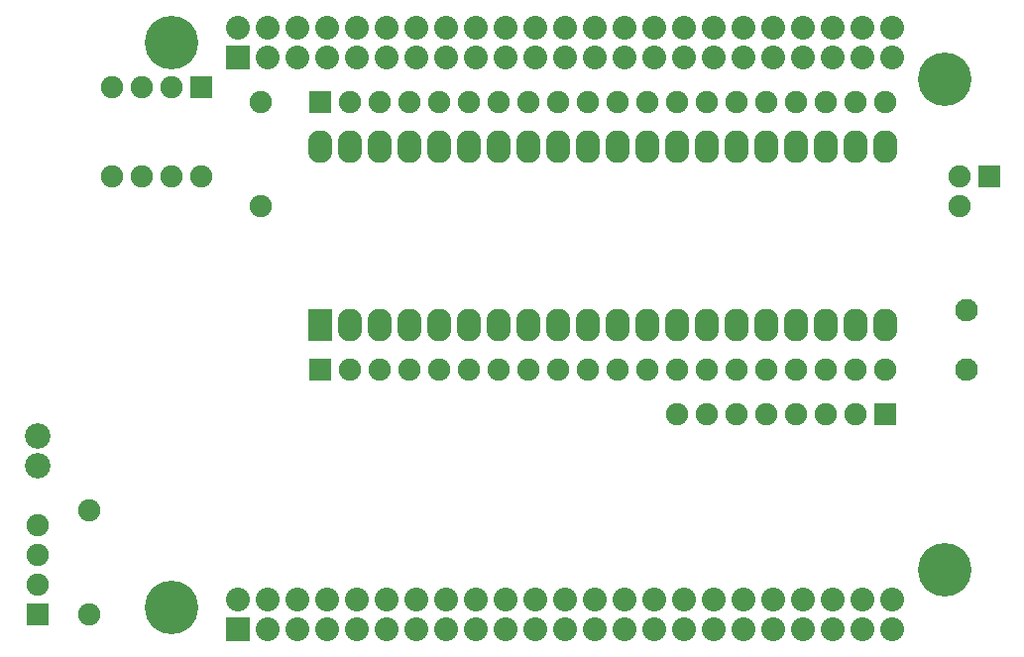
<source format=gts>
G04 (created by PCBNEW-RS274X (2011-05-25)-stable) date Sun 15 Sep 2013 09:34:25 PM EDT*
G01*
G70*
G90*
%MOIN*%
G04 Gerber Fmt 3.4, Leading zero omitted, Abs format*
%FSLAX34Y34*%
G04 APERTURE LIST*
%ADD10C,0.006000*%
%ADD11R,0.075000X0.075000*%
%ADD12C,0.075000*%
%ADD13C,0.076000*%
%ADD14R,0.082000X0.110000*%
%ADD15O,0.082000X0.110000*%
%ADD16R,0.080000X0.080000*%
%ADD17C,0.080000*%
%ADD18C,0.086000*%
%ADD19C,0.180000*%
G04 APERTURE END LIST*
G54D10*
G54D11*
X21250Y-40500D03*
G54D12*
X21250Y-39500D03*
X21250Y-38500D03*
X21250Y-37500D03*
G54D13*
X52500Y-32250D03*
X52500Y-30250D03*
G54D14*
X30750Y-30750D03*
G54D15*
X31750Y-30750D03*
X32750Y-30750D03*
X33750Y-30750D03*
X34750Y-30750D03*
X35750Y-30750D03*
X36750Y-30750D03*
X37750Y-30750D03*
X38750Y-30750D03*
X39750Y-30750D03*
X40750Y-30750D03*
X41750Y-30750D03*
X42750Y-30750D03*
X43750Y-30750D03*
X44750Y-30750D03*
X45750Y-30750D03*
X46750Y-30750D03*
X47750Y-30750D03*
X48750Y-30750D03*
X49750Y-30750D03*
X49750Y-24750D03*
X48750Y-24750D03*
X47750Y-24750D03*
X46750Y-24750D03*
X45750Y-24750D03*
X44750Y-24750D03*
X43750Y-24750D03*
X42750Y-24750D03*
X41750Y-24750D03*
X40750Y-24750D03*
X39750Y-24750D03*
X38750Y-24750D03*
X37750Y-24750D03*
X36750Y-24750D03*
X35750Y-24750D03*
X34750Y-24750D03*
X33750Y-24750D03*
X32750Y-24750D03*
X31750Y-24750D03*
X30750Y-24750D03*
G54D12*
X28750Y-23250D03*
X28750Y-26750D03*
G54D16*
X28000Y-41000D03*
G54D17*
X28000Y-40000D03*
X33000Y-41000D03*
X29000Y-40000D03*
X34000Y-41000D03*
X30000Y-40000D03*
X35000Y-41000D03*
X31000Y-40000D03*
X36000Y-41000D03*
X32000Y-40000D03*
X37000Y-41000D03*
X33000Y-40000D03*
X38000Y-41000D03*
X34000Y-40000D03*
X39000Y-41000D03*
X35000Y-40000D03*
X40000Y-41000D03*
X36000Y-40000D03*
X41000Y-41000D03*
X37000Y-40000D03*
X42000Y-41000D03*
X38000Y-40000D03*
X43000Y-41000D03*
X39000Y-40000D03*
X40000Y-40000D03*
X44000Y-41000D03*
X41000Y-40000D03*
X43000Y-40000D03*
X44000Y-40000D03*
X45000Y-40000D03*
X46000Y-40000D03*
X45000Y-41000D03*
X46000Y-41000D03*
X29000Y-41000D03*
X30000Y-41000D03*
X31000Y-41000D03*
X32000Y-41000D03*
X47000Y-41000D03*
X47000Y-40000D03*
X42000Y-40000D03*
X48000Y-41000D03*
X48000Y-40000D03*
X49000Y-41000D03*
X49000Y-40000D03*
X50000Y-41000D03*
X50000Y-40000D03*
G54D16*
X28000Y-21750D03*
G54D17*
X28000Y-20750D03*
X33000Y-21750D03*
X29000Y-20750D03*
X34000Y-21750D03*
X30000Y-20750D03*
X35000Y-21750D03*
X31000Y-20750D03*
X36000Y-21750D03*
X32000Y-20750D03*
X37000Y-21750D03*
X33000Y-20750D03*
X38000Y-21750D03*
X34000Y-20750D03*
X39000Y-21750D03*
X35000Y-20750D03*
X40000Y-21750D03*
X36000Y-20750D03*
X41000Y-21750D03*
X37000Y-20750D03*
X42000Y-21750D03*
X38000Y-20750D03*
X43000Y-21750D03*
X39000Y-20750D03*
X40000Y-20750D03*
X44000Y-21750D03*
X41000Y-20750D03*
X43000Y-20750D03*
X44000Y-20750D03*
X45000Y-20750D03*
X46000Y-20750D03*
X45000Y-21750D03*
X46000Y-21750D03*
X29000Y-21750D03*
X30000Y-21750D03*
X31000Y-21750D03*
X32000Y-21750D03*
X47000Y-21750D03*
X47000Y-20750D03*
X42000Y-20750D03*
X48000Y-21750D03*
X48000Y-20750D03*
X49000Y-21750D03*
X49000Y-20750D03*
X50000Y-21750D03*
X50000Y-20750D03*
G54D11*
X26750Y-22750D03*
G54D12*
X25750Y-22750D03*
X24750Y-22750D03*
X23750Y-22750D03*
X23750Y-25750D03*
X24750Y-25750D03*
X25750Y-25750D03*
X26750Y-25750D03*
G54D11*
X49750Y-33750D03*
G54D12*
X48750Y-33750D03*
X47750Y-33750D03*
X46750Y-33750D03*
X45750Y-33750D03*
X44750Y-33750D03*
X43750Y-33750D03*
X42750Y-33750D03*
X23000Y-37000D03*
X23000Y-40500D03*
G54D18*
X21250Y-34500D03*
X21250Y-35500D03*
G54D11*
X53250Y-25750D03*
G54D12*
X52250Y-25750D03*
X52250Y-26750D03*
G54D11*
X30750Y-32250D03*
G54D12*
X31750Y-32250D03*
X32750Y-32250D03*
X33750Y-32250D03*
X34750Y-32250D03*
X35750Y-32250D03*
X36750Y-32250D03*
X37750Y-32250D03*
X38750Y-32250D03*
X39750Y-32250D03*
X40750Y-32250D03*
X41750Y-32250D03*
X42750Y-32250D03*
X43750Y-32250D03*
X44750Y-32250D03*
X45750Y-32250D03*
X46750Y-32250D03*
X47750Y-32250D03*
X48750Y-32250D03*
X49750Y-32250D03*
G54D11*
X30750Y-23250D03*
G54D12*
X31750Y-23250D03*
X32750Y-23250D03*
X33750Y-23250D03*
X34750Y-23250D03*
X35750Y-23250D03*
X36750Y-23250D03*
X37750Y-23250D03*
X38750Y-23250D03*
X39750Y-23250D03*
X40750Y-23250D03*
X41750Y-23250D03*
X42750Y-23250D03*
X43750Y-23250D03*
X44750Y-23250D03*
X45750Y-23250D03*
X46750Y-23250D03*
X47750Y-23250D03*
X48750Y-23250D03*
X49750Y-23250D03*
G54D19*
X25750Y-40250D03*
X51750Y-39000D03*
X51750Y-22500D03*
X25750Y-21250D03*
M02*

</source>
